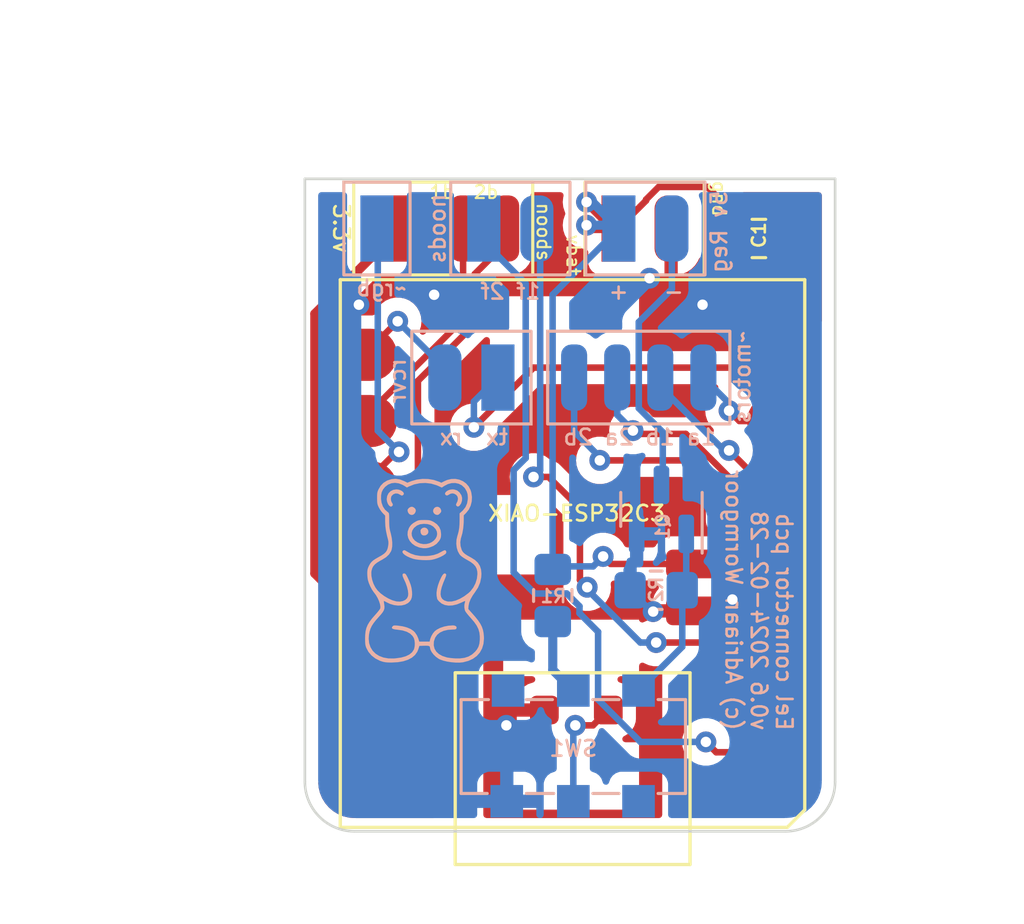
<source format=kicad_pcb>
(kicad_pcb (version 20211014) (generator pcbnew)
  (title_block (comment 4 "AISLER Project ID: EORBQBEY"))
  (layers (0 "F.Cu" signal) (31 "B.Cu" signal) (34 "B.Paste" user) (35 "F.Paste" user) (36 "B.SilkS" user "B.Silkscreen") (37 "F.SilkS" user "F.Silkscreen") (38 "B.Mask" user) (39 "F.Mask" user) (44 "Edge.Cuts" user))
  (net 0 "")
  (net 1 "GND")
  (net 2 "V_RET")
  (net 3 "EN")
  (net 4 "+BATT")
  (net 5 "NEOPIXEL_DATA")
  (net 7 "motor2_2")
  (net 8 "motor2_1")
  (net 9 "motor1_2")
  (net 10 "motor1_1")
  (net 11 "XIAO_TX")
  (net 12 "XIAO_RX")
  (net 13 "nood1_2_sig")
  (net 14 "nood1_1_sig")
  (net 15 "nood2_2_sig")
  (net 16 "nood2_1_sig")
  (net 17 "+3V3")
  (net 18 "Net-(R1-Pad2)")
  (net 21 "Net-(Q1-Pad1)")
  (footprint "xiao esp32c3:MOUDLE14P-SMD-2.54-21X17.8MM" (layer "F.Cu") (at 103.866 88.0677 180)
    (fp_text reference "U1" hide)
    (fp_text value "XIAO-ESP32C3" (at 8.743 -8.9603 180) (layer "F.SilkS") (effects (font (size 0.6 0.6) (thickness 0.1))))
    (fp_line (start 0 -20.3285) (end 0 0) (layer "F.SilkS") (width 0.127))
    (fp_line (start 17.8 0) (end 17.8 -21) (layer "F.SilkS") (width 0.127))
    (fp_line (start 13.395 -22.424) (end 13.395 -15.072) (layer "F.SilkS") (width 0.127))
    (fp_line (start 4.396 -15.072) (end 4.396 -22.425) (layer "F.SilkS") (width 0.127))
    (fp_line (start 13.395 -15.072) (end 4.396 -15.072) (layer "F.SilkS") (width 0.127))
    (fp_line (start 4.4 -22.424) (end 13.395 -22.424) (layer "F.SilkS") (width 0.127))
    (fp_line (start 17.8 -21) (end 0.671541 -21) (layer "F.SilkS") (width 0.127))
    (fp_line (start 0.671541 -21) (end 0 -20.3285) (layer "F.SilkS") (width 0.127))
    (fp_line (start 0 0) (end 17.8 0) (layer "F.SilkS") (width 0.127))
    (pad "1" smd roundrect (at 0.835 -18.12 180) (size 2.75 2) (layers "F.Cu" "F.Paste" "F.Mask") (roundrect_rratio 0.5) (net 16 "nood2_1_sig"))
    (pad "2" smd roundrect (at 0.835 -15.58 180) (size 2.75 2) (layers "F.Cu" "F.Paste" "F.Mask") (roundrect_rratio 0.5) (net 14 "nood1_1_sig"))
    (pad "3" smd roundrect (at 0.835 -13.04 180) (size 2.75 2) (layers "F.Cu" "F.Paste" "F.Mask") (roundrect_rratio 0.5) (net 7 "motor2_2"))
    (pad "4" smd roundrect (at 0.835 -10.5 180) (size 2.75 2) (layers "F.Cu" "F.Paste" "F.Mask") (roundrect_rratio 0.5) (net 8 "motor2_1"))
    (pad "5" smd roundrect (at 0.835 -7.96 180) (size 2.75 2) (layers "F.Cu" "F.Paste" "F.Mask") (roundrect_rratio 0.5) (net 9 "motor1_2"))
    (pad "6" smd roundrect (at 0.835 -5.42 180) (size 2.75 2) (layers "F.Cu" "F.Paste" "F.Mask") (roundrect_rratio 0.5) (net 10 "motor1_1"))
    (pad "7" smd roundrect (at 0.835 -2.88 180) (size 2.75 2) (layers "F.Cu" "F.Paste" "F.Mask") (roundrect_rratio 0.5) (net 11 "XIAO_TX"))
    (pad "8" smd roundrect (at 17 -2.88 180) (size 2.75 2) (layers "F.Cu" "F.Paste" "F.Mask") (roundrect_rratio 0.5) (net 12 "XIAO_RX"))
    (pad "9" smd roundrect (at 17 -5.42 180) (size 2.75 2) (layers "F.Cu" "F.Paste" "F.Mask") (roundrect_rratio 0.5) (net 15 "nood2_2_sig"))
    (pad "10" smd roundrect (at 17 -7.96 180) (size 2.75 2) (layers "F.Cu" "F.Paste" "F.Mask") (roundrect_rratio 0.5) (net 5 "NEOPIXEL_DATA"))
    (pad "11" smd roundrect (at 17 -10.5 180) (size 2.75 2) (layers "F.Cu" "F.Paste" "F.Mask") (roundrect_rratio 0.5) (net 13 "nood1_2_sig"))
    (pad "12" smd roundrect (at 17 -13.04 180) (size 2.75 2) (layers "F.Cu" "F.Paste" "F.Mask") (roundrect_rratio 0.5) (net 17 "+3V3"))
    (pad "13" smd roundrect (at 17 -15.58 180) (size 2.75 2) (layers "F.Cu" "F.Paste" "F.Mask") (roundrect_rratio 0.5) (net 1 "GND"))
    (pad "14" smd roundrect (at 17 -18.12 180) (size 2.75 2) (layers "F.Cu" "F.Paste" "F.Mask") (roundrect_rratio 0.5))
    (pad "15" smd roundrect (at 4.3 -10.9 180) (size 2.032 1.1016) (layers "F.Cu" "F.Paste" "F.Mask") (roundrect_rratio 0.230573711) (net 4 "+BATT"))
    (pad "16" smd roundrect (at 4.3 -12.7 180) (size 2.032 1.1016) (layers "F.Cu" "F.Paste" "F.Mask") (roundrect_rratio 0.230573711) (net 1 "GND"))
    (pad "17" smd roundrect (at 9.9792 -16.5 180) (size 1.1016 1.1016) (layers "F.Cu" "F.Paste" "F.Mask") (roundrect_rratio 0.230573711) (net 1 "GND"))
    (pad "18" smd roundrect (at 7.5292 -16.5 180) (size 1.1016 1.1016) (layers "F.Cu" "F.Paste" "F.Mask") (roundrect_rratio 0.230573711) (net 3 "EN"))
    (zone (net 0) (net_name "") (layer "F.Cu") (connect_pads (clearance 0)) (min_thickness 0.01)
      (keepout (tracks not_allowed) (vias not_allowed) (pads not_allowed) (copperpour not_allowed) (footprints allowed))
      (fill (thermal_gap 0.508) (thermal_bridge_width 0.508))
      (polygon (pts (xy 100.183 109.1497) (xy 98.405 109.1497) (xy 98.405 106.4827) (xy 100.183 106.4827)))
    )
    (zone (net 0) (net_name "") (layer "F.Cu") (connect_pads (clearance 0)) (min_thickness 0.01)
      (keepout (tracks not_allowed) (vias not_allowed) (pads not_allowed) (copperpour not_allowed) (footprints allowed))
      (fill (thermal_gap 0.508) (thermal_bridge_width 0.508))
      (polygon (pts (xy 91.547 105.0857) (xy 89.769 105.0857) (xy 89.769 102.4187) (xy 91.547 102.4187)))
    )
    (zone (net 0) (net_name "") (layer "F.Cu") (connect_pads (clearance 0)) (min_thickness 0.01)
      (keepout (tracks not_allowed) (vias not_allowed) (pads not_allowed) (copperpour not_allowed) (footprints allowed))
      (fill (thermal_gap 0.508) (thermal_bridge_width 0.508))
      (polygon (pts (xy 97.516 108.3877) (xy 92.309 108.3877) (xy 92.309 105.8057) (xy 97.516 105.8057)))
    )
    (zone (net 0) (net_name "") (layer "F.Cu") (connect_pads (clearance 0)) (min_thickness 0.01)
      (keepout (tracks not_allowed) (vias not_allowed) (pads not_allowed) (copperpour not_allowed) (footprints allowed))
      (fill (thermal_gap 0.508) (thermal_bridge_width 0.508))
      (polygon (pts (xy 94.087 99.3707) (xy 91.039 99.3707) (xy 91.039 96.3227) (xy 94.087 96.3227)))
    )
    (zone (net 0) (net_name "") (layer "F.Cu") (connect_pads (clearance 0)) (min_thickness 0.01)
      (keepout (tracks not_allowed) (vias not_allowed) (pads not_allowed) (copperpour not_allowed) (footprints allowed))
      (fill (thermal_gap 0.508) (thermal_bridge_width 0.508))
      (polygon (pts (xy 91.547 109.1497) (xy 89.769 109.1497) (xy 89.769 106.4827) (xy 91.547 106.4827)))
    )
    (zone (net 0) (net_name "") (layer "F.Cu") (connect_pads (clearance 0)) (min_thickness 0.01)
      (keepout (tracks not_allowed) (vias not_allowed) (pads not_allowed) (copperpour not_allowed) (footprints allowed))
      (fill (thermal_gap 0.508) (thermal_bridge_width 0.508))
      (polygon (pts (xy 97.516 103.2697) (xy 92.309 103.2697) (xy 92.309 101.1027) (xy 97.516 101.1027)))
    )
    (zone (net 0) (net_name "") (layer "F.Cu") (connect_pads (clearance 0)) (min_thickness 0.01)
      (keepout (tracks not_allowed) (vias not_allowed) (pads not_allowed) (copperpour not_allowed) (footprints allowed))
      (fill (thermal_gap 0.508) (thermal_bridge_width 0.508))
      (polygon (pts (xy 100.183 105.0857) (xy 98.405 105.0857) (xy 98.405 102.4187) (xy 100.183 102.4187)))
    )
    (zone (net 0) (net_name "") (layer "F.Cu") (connect_pads (clearance 0)) (min_thickness 0.01)
      (keepout (tracks not_allowed) (vias not_allowed) (pads not_allowed) (copperpour not_allowed) (footprints allowed))
      (fill (thermal_gap 0.508) (thermal_bridge_width 0.508))
      (polygon (pts (xy 97.516 91.2427) (xy 91.801 91.2427) (xy 91.801 88.7027) (xy 97.516 88.7027)))
    )
  )
  (footprint "haribo_kimchi_boards:smd_solder_pads_1x02_2.54mm" (layer "F.Cu") (at 94.6798 86.106 90)
    (fp_text reference "J1" hide)
    (fp_text value "Lipo back")
    (fp_rect (start -1.778 0.762) (end 1.778 5.334) (layer "F.SilkS") (width 0.12) (fill none))
    (pad "1" smd rect (at 0 2.032 90) (size 2.54 1.27) (layers "F.Cu" "F.Paste" "F.Mask") (net 4 "+BATT"))
    (pad "2" smd roundrect (at 0 4.064 90) (size 2.54 1.27) (layers "F.Cu" "F.Paste" "F.Mask") (roundrect_rratio 0.3937007874) (net 1 "GND"))
  )
  (footprint "Capacitor_SMD:C_0805_2012Metric_Pad1.18x1.45mm_HandSolder" (layer "F.Cu") (at 102.108 86.487)
    (fp_text reference "C1" (at 0 -0.127 90) (layer "F.SilkS") (effects (font (size 0.5 0.5) (thickness 0.1))))
    (fp_text value "C")
    (fp_line (start -0.261252 0.735) (end 0.261252 0.735) (layer "F.SilkS") (width 0.12))
    (fp_line (start -0.261252 -0.735) (end 0.261252 -0.735) (layer "F.SilkS") (width 0.12))
    (pad "1" smd roundrect (at -1.0375 0) (size 1.175 1.45) (layers "F.Cu" "F.Paste" "F.Mask") (roundrect_rratio 0.2127659574) (net 4 "+BATT"))
    (pad "2" smd roundrect (at 1.0375 0) (size 1.175 1.45) (layers "F.Cu" "F.Paste" "F.Mask") (roundrect_rratio 0.2127659574) (net 1 "GND"))
  )
  (footprint "haribo_kimchi_boards:smd_solder_pads_1x03_n00ds_v1" (layer "F.Cu") (at 84.803 86.106 90)
    (fp_text reference "J7" hide)
    (fp_text value "Noods back")
    (fp_rect (start -1.778 1.778) (end 1.778 8.638) (layer "F.SilkS") (width 0.12) (fill none))
    (pad "1" smd rect (at 0 3.556 270) (size 2.54 2.54) (layers "F.Cu" "F.Paste" "F.Mask") (net 17 "+3V3"))
    (pad "2" smd roundrect (at 0 5.969 90) (size 2.54 1) (layers "F.Cu" "F.Paste" "F.Mask") (roundrect_rratio 0.393701) (net 15 "nood2_2_sig"))
    (pad "3" smd roundrect (at 0 7.62 90) (size 2.54 1) (layers "F.Cu" "F.Paste" "F.Mask") (roundrect_rratio 0.393701) (net 13 "nood1_2_sig"))
  )
  (footprint "Package_TO_SOT_SMD:SOT-23" (layer "B.Cu") (at 98.3742 96.8756 90)
    (fp_text reference "Q1" (at -0.6604 0.0508 270) (layer "B.SilkS") (effects (font (size 0.5 0.5) (thickness 0.1)) (justify mirror)))
    (fp_text value "BC817")
    (fp_line (start 0 -1.56) (end 0.65 -1.56) (layer "B.SilkS") (width 0.12))
    (fp_line (start 0 1.56) (end -1.675 1.56) (layer "B.SilkS") (width 0.12))
    (fp_line (start 0 -1.56) (end -0.65 -1.56) (layer "B.SilkS") (width 0.12))
    (fp_line (start 0 1.56) (end 0.65 1.56) (layer "B.SilkS") (width 0.12))
    (pad "1" smd roundrect (at -0.9375 0.95 90) (size 1.475 0.6) (layers "B.Cu" "B.Paste" "B.Mask") (net 21 "Net-(Q1-Pad1)"))
    (pad "2" smd roundrect (at -0.9375 -0.95 90) (size 1.475 0.6) (layers "B.Cu" "B.Paste" "B.Mask") (net 1 "GND"))
    (pad "3" smd roundrect (at 0.9375 0 90) (size 1.475 0.6) (layers "B.Cu" "B.Paste" "B.Mask") (net 2 "V_RET"))
  )
  (footprint "haribo_kimchi_boards:smd_solder_pads_1x04" (layer "B.Cu") (at 92.2335 91.821 -90)
    (fp_text reference "J2" hide)
    (fp_text value "motor driver")
    (fp_rect (start -1.778 -1.778) (end 1.778 -8.763) (layer "B.SilkS") (width 0.12) (fill none))
    (pad "1" smd roundrect (at 0 -2.794 270) (size 2.54 1) (layers "B.Cu" "B.Paste" "B.Mask") (roundrect_rratio 0.393701) (net 7 "motor2_2"))
    (pad "2" smd roundrect (at 0 -4.445 270) (size 2.54 1) (layers "B.Cu" "B.Paste" "B.Mask") (roundrect_rratio 0.393701) (net 8 "motor2_1"))
    (pad "3" smd roundrect (at 0 -6.096 270) (size 2.54 1) (layers "B.Cu" "B.Paste" "B.Mask") (roundrect_rratio 0.393701) (net 9 "motor1_2"))
    (pad "4" smd roundrect (at 0 -7.747 270) (size 2.54 1) (layers "B.Cu" "B.Paste" "B.Mask") (roundrect_rratio 0.393701) (net 10 "motor1_1"))
  )
  (footprint "haribo_kimchi_boards:smd_solder_pads_1x02_2.54mm" (layer "B.Cu") (at 89.535 86.106 -90)
    (fp_text reference "J4" hide)
    (fp_text value "Noods front")
    (fp_rect (start -1.778 -0.762) (end 1.778 -5.334) (layer "B.SilkS") (width 0.12) (fill none))
    (pad "1" smd rect (at 0 -2.032 270) (size 2.54 1.27) (layers "B.Cu" "B.Paste" "B.Mask") (net 16 "nood2_1_sig"))
    (pad "2" smd roundrect (at 0 -4.064 270) (size 2.54 1.27) (layers "B.Cu" "B.Paste" "B.Mask") (roundrect_rratio 0.3937007874) (net 14 "nood1_1_sig"))
  )
  (footprint "Resistor_SMD:R_0805_2012Metric_Pad1.20x1.40mm_HandSolder" (layer "B.Cu") (at 94.2086 100.1776 -90)
    (fp_text reference "R1" (at 0.0254 -0.0254 -180) (layer "B.SilkS") (effects (font (size 0.5 0.5) (thickness 0.1)) (justify mirror)))
    (fp_text value "330")
    (fp_line (start -0.227064 -0.735) (end 0.227064 -0.735) (layer "B.SilkS") (width 0.12))
    (fp_line (start -0.227064 0.735) (end 0.227064 0.735) (layer "B.SilkS") (width 0.12))
    (pad "1" smd roundrect (at -1 0 270) (size 1.2 1.4) (layers "B.Cu" "B.Paste" "B.Mask") (roundrect_rratio 0.2083333333) (net 4 "+BATT"))
    (pad "2" smd roundrect (at 1 0 270) (size 1.2 1.4) (layers "B.Cu" "B.Paste" "B.Mask") (roundrect_rratio 0.2083333333) (net 18 "Net-(R1-Pad2)"))
  )
  (footprint "haribo_kimchi_boards:smd_solder_pads_1x02_2.54mm" (layer "B.Cu") (at 94.139 91.821 90)
    (fp_text reference "J3" hide)
    (fp_text value "ELRS RX")
    (fp_rect (start -1.778 -0.762) (end 1.778 -5.334) (layer "B.SilkS") (width 0.12) (fill none))
    (pad "1" smd rect (at 0 -2.032 90) (size 2.54 1.27) (layers "B.Cu" "B.Paste" "B.Mask") (net 11 "XIAO_TX"))
    (pad "2" smd roundrect (at 0 -4.064 90) (size 2.54 1.27) (layers "B.Cu" "B.Paste" "B.Mask") (roundrect_rratio 0.3937007874) (net 12 "XIAO_RX"))
  )
  (footprint "haribo_kimchi_boards:smd_solder_pads_1x02_2.54mm" (layer "B.Cu") (at 94.71 86.106 -90)
    (fp_text reference "J6" hide)
    (fp_text value "Lipo front")
    (fp_rect (start -1.778 -0.762) (end 1.778 -5.334) (layer "B.SilkS") (width 0.12) (fill none))
    (pad "1" smd rect (at 0 -2.032 270) (size 2.54 1.27) (layers "B.Cu" "B.Paste" "B.Mask") (net 4 "+BATT"))
    (pad "2" smd roundrect (at 0 -4.064 270) (size 2.54 1.27) (layers "B.Cu" "B.Paste" "B.Mask") (roundrect_rratio 0.3937007874) (net 2 "V_RET"))
  )
  (footprint "haribo_kimchi_extra_footprints:Nidec_2x03_dpdt_CL-SB-22B-11" (layer "B.Cu") (at 94.996 105.918 90)
    (fp_text reference "SW1" (at -0.127 0 unlocked) (layer "B.SilkS") (effects (font (size 0.6 0.6) (thickness 0.1)) (justify mirror)))
    (fp_text value "SW_Push_DPDT")
    (fp_line (start -1.85 -0.75) (end -1.85 -1.8) (layer "B.SilkS") (width 0.12))
    (fp_line (start -1.85 1.75) (end -1.85 0.75) (layer "B.SilkS") (width 0.12))
    (fp_line (start 1.75 4.3) (end 1.75 3.25) (layer "B.SilkS") (width 0.12))
    (fp_line (start -1.85 4.3) (end 1.75 4.3) (layer "B.SilkS") (width 0.12))
    (fp_line (start -1.85 -4.3) (end 1.75 -4.3) (layer "B.SilkS") (width 0.12))
    (fp_line (start -1.85 4.3) (end -1.85 3.25) (layer "B.SilkS") (width 0.12))
    (fp_line (start 1.75 1.75) (end 1.75 0.75) (layer "B.SilkS") (width 0.12))
    (fp_line (start 1.75 -0.8) (end 1.75 -1.8) (layer "B.SilkS") (width 0.12))
    (fp_line (start -1.85 -3.3) (end -1.85 -4.3) (layer "B.SilkS") (width 0.12))
    (fp_line (start 1.75 -4.3) (end 1.75 -3.25) (layer "B.SilkS") (width 0.12))
    (pad "1" smd rect (at -2.15 2.5 90) (size 1.25 1.25) (layers "B.Cu" "B.Paste" "B.Mask"))
    (pad "2" smd rect (at -2.15 0 90) (size 1.25 1.25) (layers "B.Cu" "B.Paste" "B.Mask") (net 3 "EN"))
    (pad "3" smd rect (at -2.15 -2.55 90) (size 1.25 1.25) (layers "B.Cu" "B.Paste" "B.Mask") (net 1 "GND"))
    (pad "4" smd rect (at 2.1 2.5 90) (size 1.25 1.25) (layers "B.Cu" "B.Paste" "B.Mask") (net 21 "Net-(Q1-Pad1)"))
    (pad "5" smd rect (at 2.1 0 90) (size 1.25 1.25) (layers "B.Cu" "B.Paste" "B.Mask") (net 18 "Net-(R1-Pad2)"))
    (pad "6" smd rect (at 2.1 -2.5 90) (size 1.25 1.25) (layers "B.Cu" "B.Paste" "B.Mask"))
  )
  (footprint "haribo_kimchi_pcbgfx:haribo_outline_bw_8mm" (layer "B.Cu") (at 89.281 99.187 180)
    (fp_text reference "G***" hide)
    (fp_text value "LOGO" hide)
    (fp_poly (pts (xy 0.538783 2.399147) (xy 0.593523 2.361067) (xy 0.630289 2.311109) (xy 0.638492 2.276473) (xy 0.622971 2.204087) (xy 0.582647 2.143546) (xy 0.545565 2.117204) (xy 0.488426 2.098397) (xy 0.438354 2.10472) (xy 0.406322 2.118388) (xy 0.359741 2.159838) (xy 0.327816 2.223482) (xy 0.319246 2.276473) (xy 0.336792 2.328204) (xy 0.380895 2.375469) (xy 0.438754 2.407214) (xy 0.478869 2.414297)) (layer "B.SilkS") (width 0) (fill solid))
    (fp_poly (pts (xy -0.43416 2.39844) (xy -0.388174 2.365322) (xy -0.347627 2.30124) (xy -0.341306 2.232898) (xy -0.366063 2.170028) (xy -0.418751 2.122363) (xy -0.473081 2.102753) (xy -0.51955 2.099632) (xy -0.558287 2.116218) (xy -0.600121 2.153375) (xy -0.640034 2.199241) (xy -0.654333 2.238011) (xy -0.650742 2.280415) (xy -0.620335 2.351516) (xy -0.567614 2.396986) (xy -0.502312 2.413676)) (layer "B.SilkS") (width 0) (fill solid))
    (fp_poly (pts (xy -1.003987 3.071501) (xy -0.92838 3.047139) (xy -0.865397 3.011493) (xy -0.820213 2.969288) (xy -0.798006 2.925252) (xy -0.803952 2.884109) (xy -0.838547 2.852978) (xy -0.87627 2.84288) (xy -0.917645 2.859149) (xy -0.933323 2.869611) (xy -1.012489 2.913771) (xy -1.084665 2.925649) (xy -1.147291 2.913118) (xy -1.227723 2.868902) (xy -1.277496 2.802919) (xy -1.29483 2.720942) (xy -1.277946 2.628745) (xy -1.252042 2.573331) (xy -1.224868 2.517999) (xy -1.220408 2.481011) (xy -1.22924 2.459637) (xy -1.268948 2.423287) (xy -1.316334 2.425364) (xy -1.357317 2.454725) (xy -1.41586 2.538887) (xy -1.448892 2.641372) (xy -1.45421 2.748862) (xy -1.429607 2.848045) (xy -1.424296 2.859239) (xy -1.353074 2.965832) (xy -1.264242 3.036959) (xy -1.156017 3.073787) (xy -1.08704 3.079853)) (layer "B.SilkS") (width 0) (fill solid))
    (fp_poly (pts (xy 1.256747 3.471722) (xy 1.417156 3.418721) (xy 1.428864 3.413216) (xy 1.562961 3.329183) (xy 1.670021 3.217605) (xy 1.749821 3.082718) (xy 1.774997 3.025167) (xy 1.791223 2.974451) (xy 1.800386 2.918987) (xy 1.804372 2.847195) (xy 1.805068 2.74749) (xy 1.805056 2.743519) (xy 1.803862 2.643158) (xy 1.799615 2.570812) (xy 1.790222 2.514603) (xy 1.773593 2.462652) (xy 1.747633 2.403079) (xy 1.743552 2.394344) (xy 1.6964 2.309933) (xy 1.636546 2.224109) (xy 1.589596 2.169109) (xy 1.496465 2.073567) (xy 1.496203 1.849863) (xy 1.488563 1.672361) (xy 1.464849 1.491127) (xy 1.423237 1.294526) (xy 1.388597 1.163194) (xy 1.371892 1.081521) (xy 1.370479 0.99858) (xy 1.378201 0.9276) (xy 1.397745 0.825646) (xy 1.427816 0.743114) (xy 1.473961 0.67334) (xy 1.541726 0.609659) (xy 1.636656 0.545406) (xy 1.748903 0.482116) (xy 1.867146 0.415138) (xy 1.955593 0.354811) (xy 2.021955 0.294158) (xy 2.073943 0.226205) (xy 2.116575 0.14948) (xy 2.151345 0.072179) (xy 2.170891 0.005727) (xy 2.179511 -0.068708) (xy 2.181333 -0.134138) (xy 2.178474 -0.228091) (xy 2.169509 -0.323886) (xy 2.156729 -0.399057) (xy 2.1205 -0.515104) (xy 2.06754 -0.639538) (xy 2.005038 -0.757653) (xy 1.940185 -0.854739) (xy 1.924694 -0.873713) (xy 1.848894 -0.975373) (xy 1.782957 -1.089271) (xy 1.730314 -1.20673) (xy 1.694392 -1.319069) (xy 1.678621 -1.41761) (xy 1.683602 -1.483969) (xy 1.701185 -1.516262) (xy 1.740674 -1.57036) (xy 1.796494 -1.639133) (xy 1.86307 -1.715451) (xy 1.873964 -1.727465) (xy 1.998895 -1.870753) (xy 2.09521 -1.997891) (xy 2.166251 -2.116629) (xy 2.215358 -2.23472) (xy 2.245874 -2.359913) (xy 2.261138 -2.49996) (xy 2.264619 -2.633778) (xy 2.263598 -2.745263) (xy 2.259687 -2.827257) (xy 2.251565 -2.890141) (xy 2.23791 -2.944301) (xy 2.218276 -2.99796) (xy 2.133802 -3.155067) (xy 2.016993 -3.29176) (xy 1.871529 -3.404806) (xy 1.701093 -3.490973) (xy 1.626987 -3.517116) (xy 1.551 -3.537956) (xy 1.475435 -3.551157) (xy 1.387783 -3.558142) (xy 1.275535 -3.560331) (xy 1.247054 -3.560313) (xy 1.008885 -3.547693) (xy 0.798912 -3.511762) (xy 0.618227 -3.453066) (xy 0.467921 -3.372154) (xy 0.349083 -3.269572) (xy 0.262806 -3.145869) (xy 0.221983 -3.045746) (xy 0.184392 -2.923095) (xy 0.027416 -2.917179) (xy -0.078216 -2.915173) (xy -0.149985 -2.919484) (xy -0.193634 -2.931533) (xy -0.214904 -2.952743) (xy -0.219676 -2.978346) (xy -0.237281 -3.063861) (xy -0.285169 -3.157578) (xy -0.356987 -3.25188) (xy -0.446382 -3.33915) (xy -0.547001 -3.411771) (xy -0.608364 -3.444345) (xy -0.72879 -3.487781) (xy -0.876198 -3.522952) (xy -1.038244 -3.54837) (xy -1.202584 -3.562548) (xy -1.356873 -3.563999) (xy -1.488769 -3.551237) (xy -1.49153 -3.550748) (xy -1.694943 -3.497453) (xy -1.870735 -3.416284) (xy -2.017656 -3.308782) (xy -2.134455 -3.17649) (xy -2.219884 -3.020949) (xy -2.27269 -2.8437) (xy -2.291626 -2.646285) (xy -2.289688 -2.566438) (xy -2.289031 -2.559449) (xy -2.132107 -2.559449) (xy -2.130875 -2.692666) (xy -2.114959 -2.836071) (xy -2.080173 -2.954102) (xy -2.021807 -3.058692) (xy -1.953318 -3.142503) (xy -1.833284 -3.251106) (xy -1.69909 -3.329545) (xy -1.546076 -3.379442) (xy -1.369584 -3.402422) (xy -1.207148 -3.402462) (xy -1.101235 -3.395271) (xy -0.994926 -3.3841) (xy -0.90371 -3.370748) (xy -0.862579 -3.362417) (xy -0.697267 -3.308356) (xy -0.563877 -3.233919) (xy -0.463545 -3.140563) (xy -0.397405 -3.02974) (xy -0.366594 -2.902907) (xy -0.372247 -2.761516) (xy -0.376235 -2.739521) (xy -0.421367 -2.60686) (xy -0.498778 -2.496404) (xy -0.606997 -2.409068) (xy -0.74455 -2.345768) (xy -0.909966 -2.307417) (xy -1.091717 -2.294926) (xy -1.164428 -2.292323) (xy -1.207447 -2.283291) (xy -1.2308 -2.265238) (xy -1.235427 -2.257759) (xy -1.244561 -2.208382) (xy -1.219318 -2.168383) (xy -1.164966 -2.142566) (xy -1.101264 -2.135352) (xy -0.928744 -2.147499) (xy -0.762258 -2.180643) (xy -0.610376 -2.232022) (xy -0.481669 -2.298875) (xy -0.402264 -2.360571) (xy -0.334611 -2.442497) (xy -0.27462 -2.545721) (xy -0.232465 -2.651715) (xy -0.223972 -2.685242) (xy -0.209101 -2.756821) (xy 0.189151 -2.756821) (xy 0.222427 -2.644728) (xy 0.275885 -2.518701) (xy 0.354118 -2.404627) (xy 0.408531 -2.348965) (xy 0.518026 -2.275035) (xy 0.659549 -2.214849) (xy 0.826966 -2.170487) (xy 1.012303 -2.14419) (xy 1.094896 -2.138372) (xy 1.147828 -2.139171) (xy 1.180953 -2.14761) (xy 1.203468 -2.164056) (xy 1.236743 -2.208938) (xy 1.235689 -2.244262) (xy 1.198985 -2.271045) (xy 1.125308 -2.290299) (xy 1.023393 -2.302264) (xy 0.830075 -2.329945) (xy 0.668887 -2.379431) (xy 0.54034 -2.450462) (xy 0.444947 -2.542774) (xy 0.396377 -2.623802) (xy 0.370169 -2.714182) (xy 0.35973 -2.824345) (xy 0.36505 -2.937418) (xy 0.386117 -3.03653) (xy 0.396656 -3.063591) (xy 0.465353 -3.167608) (xy 0.568586 -3.252964) (xy 0.706575 -3.319755) (xy 0.879542 -3.36808) (xy 1.087707 -3.398035) (xy 1.167243 -3.404096) (xy 1.374067 -3.401451) (xy 1.5603 -3.368422) (xy 1.723814 -3.307033) (xy 1.862483 -3.219309) (xy 1.97418 -3.107276) (xy 2.05678 -2.972959) (xy 2.108156 -2.818383) (xy 2.126181 -2.645574) (xy 2.115888 -2.500605) (xy 2.09281 -2.376806) (xy 2.058526 -2.265722) (xy 2.008903 -2.159804) (xy 1.939807 -2.051504) (xy 1.847106 -1.933274) (xy 1.737196 -1.809) (xy 1.647808 -1.708191) (xy 1.584773 -1.626346) (xy 1.544785 -1.555726) (xy 1.524539 -1.488594) (xy 1.520728 -1.417216) (xy 1.530046 -1.333853) (xy 1.531188 -1.326866) (xy 1.540786 -1.262779) (xy 1.545717 -1.216756) (xy 1.545283 -1.200401) (xy 1.526397 -1.205594) (xy 1.484471 -1.226278) (xy 1.453138 -1.243795) (xy 1.306239 -1.313557) (xy 1.154292 -1.357753) (xy 1.003599 -1.376547) (xy 0.86046 -1.370102) (xy 0.731177 -1.338581) (xy 0.622051 -1.282149) (xy 0.554592 -1.220483) (xy 0.503228 -1.144714) (xy 0.473086 -1.059961) (xy 0.461742 -0.956215) (xy 0.464778 -0.849761) (xy 0.481165 -0.717276) (xy 0.51376 -0.586286) (xy 0.565907 -0.445899) (xy 0.633925 -0.299293) (xy 0.67361 -0.223333) (xy 0.704034 -0.176928) (xy 0.731223 -0.152771) (xy 0.761203 -0.143556) (xy 0.762501 -0.1434) (xy 0.809874 -0.151077) (xy 0.830725 -0.186564) (xy 0.824773 -0.247607) (xy 0.791737 -0.331949) (xy 0.787191 -0.341069) (xy 0.71313 -0.50367) (xy 0.658025 -0.659624) (xy 0.623476 -0.802577) (xy 0.611082 -0.92617) (xy 0.618887 -1.01004) (xy 0.656934 -1.094779) (xy 0.725611 -1.160434) (xy 0.819212 -1.204424) (xy 0.932033 -1.224167) (xy 1.058368 -1.217079) (xy 1.071298 -1.214837) (xy 1.218102 -1.173193) (xy 1.374336 -1.103415) (xy 1.52926 -1.011802) (xy 1.672135 -0.904656) (xy 1.785439 -0.795867) (xy 1.871344 -0.678872) (xy 1.941521 -0.540155) (xy 1.992741 -0.390324) (xy 2.021772 -0.239985) (xy 2.025386 -0.099745) (xy 2.016646 -0.036705) (xy 1.990569 0.054244) (xy 1.950099 0.131969) (xy 1.889996 0.201899) (xy 1.805015 0.269465) (xy 1.689915 0.340096) (xy 1.612462 0.381908) (xy 1.461476 0.476545) (xy 1.347552 0.583101) (xy 1.271274 0.700962) (xy 1.246808 0.766081) (xy 1.224784 0.892911) (xy 1.223067 1.044829) (xy 1.241116 1.212896) (xy 1.27839 1.388172) (xy 1.286205 1.416654) (xy 1.308776 1.501551) (xy 1.324147 1.576172) (xy 1.333683 1.652331) (xy 1.338748 1.741842) (xy 1.340708 1.856518) (xy 1.340871 1.889874) (xy 1.341457 2.001427) (xy 1.34308 2.079913) (xy 1.346857 2.132166) (xy 1.353907 2.165026) (xy 1.365348 2.185328) (xy 1.382299 2.199911) (xy 1.39273 2.206892) (xy 1.501373 2.301356) (xy 1.581908 2.422773) (xy 1.632935 2.568445) (xy 1.651897 2.706266) (xy 1.650631 2.852161) (xy 1.626994 2.972135) (xy 1.578008 3.075143) (xy 1.500693 3.170141) (xy 1.496043 3.174829) (xy 1.38205 3.262714) (xy 1.254279 3.314601) (xy 1.116582 3.330289) (xy 0.972816 3.309578) (xy 0.826834 3.252268) (xy 0.759289 3.213105) (xy 0.661352 3.150259) (xy 0.585075 3.189064) (xy 0.383442 3.269813) (xy 0.169821 3.315215) (xy -0.04901 3.325141) (xy -0.266269 3.299461) (xy -0.475179 3.238046) (xy -0.539722 3.210565) (xy -0.676486 3.147526) (xy -0.771826 3.210677) (xy -0.909433 3.282126) (xy -1.050715 3.319579) (xy -1.190075 3.323783) (xy -1.321918 3.295483) (xy -1.440648 3.235427) (xy -1.54067 3.144359) (xy -1.571017 3.104131) (xy -1.63115 2.997261) (xy -1.664282 2.887546) (xy -1.673719 2.761681) (xy -1.671371 2.700167) (xy -1.643299 2.538768) (xy -1.580471 2.396746) (xy -1.482283 2.27283) (xy -1.455554 2.247583) (xy -1.356795 2.15879) (xy -1.356795 1.911104) (xy -1.353386 1.742636) (xy -1.342012 1.601155) (xy -1.320953 1.47423) (xy -1.28849 1.349434) (xy -1.271796 1.296936) (xy -1.23765 1.147894) (xy -1.229874 0.99439) (xy -1.247078 0.84499) (xy -1.287871 0.708259) (xy -1.350862 0.592762) (xy -1.394433 0.541425) (xy -1.445764 0.498896) (xy -1.519972 0.447803) (xy -1.60399 0.396912) (xy -1.63642 0.379105) (xy -1.779704 0.295469) (xy -1.887473 0.213563) (xy -1.96352 0.12823) (xy -2.011637 0.034315) (xy -2.035617 -0.073338) (xy -2.040012 -0.169599) (xy -2.019554 -0.347531) (xy -1.964925 -0.522648) (xy -1.880385 -0.685866) (xy -1.770196 -0.828102) (xy -1.700051 -0.894225) (xy -1.533332 -1.01924) (xy -1.367953 -1.116118) (xy -1.207993 -1.183269) (xy -1.057529 -1.219105) (xy -0.92064 -1.222037) (xy -0.876648 -1.214987) (xy -0.771718 -1.179581) (xy -0.695484 -1.123658) (xy -0.647747 -1.045873) (xy -0.628307 -0.94488) (xy -0.636967 -0.819336) (xy -0.673528 -0.667895) (xy -0.73779 -0.489213) (xy -0.761104 -0.433221) (xy -0.803094 -0.332706) (xy -0.829808 -0.262057) (xy -0.843013 -0.215059) (xy -0.844479 -0.185495) (xy -0.836595 -0.167883) (xy -0.796643 -0.141088) (xy -0.7529 -0.153014) (xy -0.704875 -0.203961) (xy -0.66199 -0.275003) (xy -0.588175 -0.432321) (xy -0.530707 -0.591357) (xy -0.491543 -0.744173) (xy -0.472637 -0.88283) (xy -0.475945 -0.999389) (xy -0.479088 -1.017596) (xy -0.49007 -1.074393) (xy -0.496932 -1.113694) (xy -0.497953 -1.121654) (xy -0.510588 -1.143764) (xy -0.541784 -1.184085) (xy -0.563523 -1.209616) (xy -0.666289 -1.297566) (xy -0.790228 -1.353711) (xy -0.932232 -1.377916) (xy -1.089195 -1.370045) (xy -1.258011 -1.329963) (xy -1.435572 -1.257535) (xy -1.454003 -1.248349) (xy -1.511665 -1.221103) (xy -1.553603 -1.204975) (xy -1.568842 -1.20304) (xy -1.568714 -1.225657) (xy -1.556882 -1.265539) (xy -1.538781 -1.352368) (xy -1.539271 -1.453552) (xy -1.557286 -1.549105) (xy -1.574288 -1.592036) (xy -1.602171 -1.634768) (xy -1.651022 -1.698175) (xy -1.714238 -1.774083) (xy -1.785214 -1.85432) (xy -1.79371 -1.863602) (xy -1.91902 -2.010233) (xy -2.012395 -2.145464) (xy -2.076955 -2.276963) (xy -2.115819 -2.412402) (xy -2.132107 -2.559449) (xy -2.289031 -2.559449) (xy -2.27653 -2.426544) (xy -2.251342 -2.301828) (xy -2.210695 -2.185209) (xy -2.151161 -2.069606) (xy -2.069311 -1.947938) (xy -1.961718 -1.813124) (xy -1.878858 -1.7179) (xy -1.691258 -1.507355) (xy -1.700916 -1.387028) (xy -1.725846 -1.265563) (xy -1.780243 -1.129775) (xy -1.860413 -0.987536) (xy -1.942822 -0.87157) (xy -2.062677 -0.688827) (xy -2.143991 -0.496144) (xy -2.187107 -0.292543) (xy -2.194815 -0.156179) (xy -2.180408 0.005219) (xy -2.135747 0.144742) (xy -2.058674 0.26572) (xy -1.94703 0.37148) (xy -1.798657 0.465352) (xy -1.788232 0.470839) (xy -1.667034 0.537156) (xy -1.577269 0.594617) (xy -1.512924 0.648152) (xy -1.467982 0.70269) (xy -1.438959 0.757162) (xy -1.394872 0.903923) (xy -1.384083 1.055232) (xy -1.407143 1.199911) (xy -1.415877 1.227101) (xy -1.463562 1.397169) (xy -1.497271 1.591035) (xy -1.5148 1.794365) (xy -1.516819 1.883171) (xy -1.51722 2.085075) (xy -1.607425 2.174667) (xy -1.709556 2.303316) (xy -1.781763 2.453048) (xy -1.822755 2.617152) (xy -1.831243 2.788915) (xy -1.805938 2.961628) (xy -1.776717 3.055748) (xy -1.705164 3.193987) (xy -1.606267 3.307365) (xy -1.485189 3.394166) (xy -1.347095 3.452672) (xy -1.197149 3.481166) (xy -1.040515 3.477931) (xy -0.882358 3.44125) (xy -0.767148 3.391442) (xy -0.65856 3.334321) (xy -0.572454 3.372411) (xy -0.371504 3.440726) (xy -0.155324 3.477204) (xy 0.067111 3.481735) (xy 0.28683 3.45421) (xy 0.494859 3.394519) (xy 0.517391 3.385682) (xy 0.642913 3.334982) (xy 0.758554 3.393747) (xy 0.926082 3.459195) (xy 1.092601 3.4852)) (layer "B.SilkS") (width 0) (fill solid))
    (fp_poly (pts (xy 1.188742 3.06034) (xy 1.290328 3.008767) (xy 1.368401 2.929057) (xy 1.418611 2.825673) (xy 1.436604 2.703073) (xy 1.436607 2.70152) (xy 1.426055 2.62076) (xy 1.398392 2.540214) (xy 1.359606 2.473357) (xy 1.318136 2.434917) (xy 1.284215 2.418261) (xy 1.261747 2.419579) (xy 1.23209 2.435848) (xy 1.201517 2.472368) (xy 1.206717 2.523583) (xy 1.237078 2.57392) (xy 1.266933 2.638833) (xy 1.275789 2.718559) (xy 1.263005 2.794538) (xy 1.245843 2.828982) (xy 1.17949 2.893115) (xy 1.098859 2.922692) (xy 1.011193 2.916764) (xy 0.923733 2.87438) (xy 0.920043 2.871692) (xy 0.87512 2.844573) (xy 0.840437 2.843324) (xy 0.820461 2.851979) (xy 0.783186 2.886741) (xy 0.778999 2.928503) (xy 0.802823 2.972602) (xy 0.849583 3.014377) (xy 0.914202 3.049165) (xy 0.991604 3.072305) (xy 1.067996 3.079318)) (layer "B.SilkS") (width 0) (fill solid))
    (fp_poly (pts (xy 0.098165 1.904293) (xy 0.167792 1.899946) (xy 0.220229 1.890357) (xy 0.266822 1.873569) (xy 0.311413 1.851594) (xy 0.421648 1.785712) (xy 0.502208 1.716996) (xy 0.56282 1.636281) (xy 0.587058 1.591844) (xy 0.630994 1.463324) (xy 0.637878 1.335014) (xy 0.61032 1.211505) (xy 0.550933 1.097391) (xy 0.462327 0.997265) (xy 0.347115 0.915721) (xy 0.207908 0.857352) (xy 0.162565 0.845213) (xy 0.043589 0.824087) (xy -0.061404 0.823363) (xy -0.17286 0.84327) (xy -0.19559 0.84917) (xy -0.350515 0.907215) (xy -0.475501 0.990533) (xy -0.572679 1.100649) (xy -0.593862 1.134211) (xy -0.625094 1.195071) (xy -0.641784 1.253593) (xy -0.648001 1.327109) (xy -0.648468 1.366771) (xy -0.648427 1.36711) (xy -0.497567 1.36711) (xy -0.480556 1.27728) (xy -0.438211 1.193459) (xy -0.374002 1.118999) (xy -0.2914 1.057252) (xy -0.193874 1.011571) (xy -0.084895 0.985307) (xy 0.032068 0.981814) (xy 0.153545 1.004442) (xy 0.253551 1.044568) (xy 0.356494 1.114563) (xy 0.429589 1.201491) (xy 0.471399 1.299221) (xy 0.480491 1.401622) (xy 0.455427 1.502566) (xy 0.394773 1.595921) (xy 0.385078 1.606278) (xy 0.278782 1.691383) (xy 0.157309 1.74141) (xy 0.015807 1.75833) (xy 0.010757 1.758346) (xy -0.126604 1.748535) (xy -0.238685 1.716958) (xy -0.335537 1.660398) (xy -0.361899 1.639131) (xy -0.441709 1.551388) (xy -0.485775 1.459597) (xy -0.497567 1.36711) (xy -0.648427 1.36711) (xy -0.631169 1.510164) (xy -0.579068 1.634465) (xy -0.491858 1.740127) (xy -0.369234 1.827604) (xy -0.319246 1.853366) (xy -0.263552 1.877608) (xy -0.211992 1.892985) (xy -0.152685 1.901431) (xy -0.07375 1.904881) (xy 0 1.905359)) (layer "B.SilkS") (width 0) (fill solid))
    (fp_poly (pts (xy 0.790902 0.741878) (xy 0.797131 0.738783) (xy 0.831747 0.704996) (xy 0.831373 0.662408) (xy 0.799207 0.613802) (xy 0.738447 0.561956) (xy 0.65229 0.509654) (xy 0.543935 0.459675) (xy 0.428987 0.418636) (xy 0.330233 0.395847) (xy 0.20484 0.3788) (xy 0.065752 0.368193) (xy -0.074085 0.364722) (xy -0.201727 0.369083) (xy -0.292861 0.379804) (xy -0.405175 0.406734) (xy -0.522545 0.446415) (xy -0.635249 0.494452) (xy -0.733562 0.54645) (xy -0.80776 0.598014) (xy -0.834973 0.624844) (xy -0.850925 0.670144) (xy -0.838693 0.717316) (xy -0.805484 0.746472) (xy -0.772686 0.742634) (xy -0.717948 0.719926) (xy -0.659028 0.687121) (xy -0.515774 0.61231) (xy -0.363906 0.561807) (xy -0.192691 0.532592) (xy -0.079811 0.52419) (xy 0.143237 0.527178) (xy 0.341719 0.558764) (xy 0.519896 0.619955) (xy 0.66455 0.699932) (xy 0.722035 0.734794) (xy 0.760299 0.747646)) (layer "B.SilkS") (width 0) (fill solid))
    (fp_poly (pts (xy 0.059433 1.601328) (xy 0.111761 1.563633) (xy 0.1402 1.5134) (xy 0.141968 1.501453) (xy 0.134149 1.411583) (xy 0.10011 1.348012) (xy 0.044088 1.31413) (xy -0.029678 1.313329) (xy -0.07514 1.327736) (xy -0.130995 1.368491) (xy -0.158018 1.424699) (xy -0.15855 1.486904) (xy -0.134934 1.545646) (xy -0.089513 1.591469) (xy -0.024628 1.614915) (xy -0.003702 1.616182)) (layer "B.SilkS") (width 0) (fill solid))
  )
  (footprint "haribo_kimchi_boards:smd_solder_pads_1x01_2.54mm" (layer "B.Cu") (at 85.439 86.106 -90)
    (fp_text reference "J5" hide)
    (fp_text value "RGB_DATA")
    (fp_rect (start -1.778 -0.762) (end 1.778 -3.302) (layer "B.SilkS") (width 0.12) (fill none))
    (pad "1" smd rect (at 0 -2.032 270) (size 2.54 1.27) (layers "B.Cu" "B.Paste" "B.Mask") (net 5 "NEOPIXEL_DATA"))
  )
  (footprint "Resistor_SMD:R_0805_2012Metric_Pad1.20x1.40mm_HandSolder" (layer "B.Cu") (at 98.171 99.9744)
    (fp_text reference "R2" (at 0 -0.0254 90) (layer "B.SilkS") (effects (font (size 0.5 0.5) (thickness 0.1)) (justify mirror)))
    (fp_text value "1k")
    (fp_line (start -0.227064 0.735) (end 0.227064 0.735) (layer "B.SilkS") (width 0.12))
    (fp_line (start -0.227064 -0.735) (end 0.227064 -0.735) (layer "B.SilkS") (width 0.12))
    (pad "1" smd roundrect (at -1 0) (size 1.2 1.4) (layers "B.Cu" "B.Paste" "B.Mask") (roundrect_rratio 0.2083333333) (net 1 "GND"))
    (pad "2" smd roundrect (at 1 0) (size 1.2 1.4) (layers "B.Cu" "B.Paste" "B.Mask") (roundrect_rratio 0.2083333333) (net 21 "Net-(Q1-Pad1)"))
  )
  (gr_line (start 86.614 109.22) (end 103.124 109.22) (layer "Edge.Cuts") (width 0.1))
  (gr_line (start 84.709 84.201) (end 105.029 84.201) (layer "Edge.Cuts") (width 0.1))
  (gr_line (start 105.029 84.201) (end 105.029 107.315) (layer "Edge.Cuts") (width 0.1))
  (gr_line (start 84.709 84.201) (end 84.709 107.315) (layer "Edge.Cuts") (width 0.1))
  (gr_arc (start 86.614 109.22) (mid 85.266962 108.662038) (end 84.709 107.315) (layer "Edge.Cuts") (width 0.1))
  (gr_arc (start 105.029 107.315) (mid 104.471038 108.662038) (end 103.124 109.22) (layer "Edge.Cuts") (width 0.1))
  (gr_text "1a 1b 2a 2b" (at 97.536 94.107) (layer "B.SilkS") (effects (font (size 0.6 0.6) (thickness 0.1)) (justify mirror)))
  (gr_text "1f 2f" (at 92.583 88.519) (layer "B.SilkS") (effects (font (size 0.6 0.6) (thickness 0.1)) (justify mirror)))
  (gr_text "~rgb" (at 87.63 88.392) (layer "B.SilkS") (effects (font (size 0.6 0.6) (thickness 0.1)) (justify mirror)))
  (gr_text "noods" (at 89.789 86.106 90) (layer "B.SilkS") (effects (font (size 0.6 0.6) (thickness 0.1)) (justify mirror)))
  (gr_text "rcvr" (at 88.265 91.948 90) (layer "B.SilkS") (effects (font (size 0.6 0.6) (thickness 0.1)) (justify mirror)))
  (gr_text "-   +" (at 97.79 88.519) (layer "B.SilkS") (effects (font (size 0.6 0.6) (thickness 0.1)) (justify mirror)))
  (gr_text "~motors" (at 101.473 91.821 90) (layer "B.SilkS") (effects (font (size 0.6 0.6) (thickness 0.1)) (justify mirror)))
  (gr_text "tx  rx" (at 91.186 94.107) (layer "B.SilkS") (effects (font (size 0.6 0.6) (thickness 0.1)) (justify mirror)))
  (gr_text "5v Reg" (at 100.584 86.233 90) (layer "B.SilkS") (effects (font (size 0.6 0.6) (thickness 0.1)) (justify mirror)))
  (gr_text "Eel connector pcb\nv0.6 2024-02-28\n(c) Adriaan Wormgoor" (at 102.108 105.41 270) (layer "B.SilkS") (effects (font (size 0.6 0.6) (thickness 0.1)) (justify left mirror)))
  (gr_text "gnd" (at 100.584 84.963 270) (layer "F.SilkS") (effects (font (size 0.5 0.5) (thickness 0.08))))
  (gr_text "3.3v" (at 86.106 86.106 270) (layer "F.SilkS") (effects (font (size 0.6 0.6) (thickness 0.1))))
  (gr_text "noods" (at 93.853 86.233 270) (layer "F.SilkS") (effects (font (size 0.5 0.5) (thickness 0.08))))
  (gr_text "vbat" (at 94.996 87.122 270) (layer "F.SilkS") (effects (font (size 0.5 0.5) (thickness 0.08))))
  (gr_text "1b  2b" (at 90.805 84.709) (layer "F.SilkS") (effects (font (size 0.5 0.5) (thickness 0.08))))
  (segment (start 93.2985 105.156) (end 93.8868 104.568) (width 0.25) (layer "F.Cu") (net 1))
  (segment (start 100.6543 100.7677) (end 101.092 100.33) (width 0.25) (layer "F.Cu") (net 1))
  (segment (start 99.566 100.768) (end 98.0819 100.768) (width 0.25) (layer "F.Cu") (net 1))
  (segment (start 99.566 100.7677) (end 100.6543 100.7677) (width 0.25) (layer "F.Cu") (net 1))
  (segment (start 98.0819 100.768) (end 98.056 100.794) (width 0.25) (layer "F.Cu") (net 1))
  (segment (start 92.4306 105.156) (end 93.2985 105.156) (width 0.25) (layer "F.Cu") (net 1))
  (via (at 92.4306 105.156) (size 0.8) (drill 0.4) (layers "F.Cu" "B.Cu") (net 1))
  (via (at 98.056 100.794) (size 0.8) (drill 0.4) (layers "F.Cu" "B.Cu") (net 1))
  (via (at 86.7785 89.027) (size 0.8) (drill 0.4) (layers "F.Cu" "B.Cu") (net 1))
  (via (at 99.949 89.027) (size 0.8) (drill 0.4) (layers "F.Cu" "B.Cu") (net 1))
  (via (at 89.662 88.646) (size 0.8) (drill 0.4) (layers "F.Cu" "B.Cu") (net 1))
  (via (at 101.092 100.33) (size 0.8) (drill 0.4) (layers "F.Cu" "B.Cu") (net 1))
  (via (at 97.917 88.011) (size 0.8) (drill 0.4) (layers "F.Cu" "B.Cu") (net 1))
  (segment (start 97.9903 100.794) (end 97.171 99.9744) (width 0.25) (layer "B.Cu") (net 1))
  (segment (start 98.056 100.794) (end 97.9903 100.794) (width 0.25) (layer "B.Cu") (net 1))
  (segment (start 92.446 108.068) (end 92.446 105.171) (width 0.25) (layer "B.Cu") (net 1))
  (segment (start 92.446 105.171) (end 92.4306 105.156) (width 0.25) (layer "B.Cu") (net 1))
  (segment (start 97.50498 92.994795) (end 98.425 93.914815) (width 0.25) (layer "B.Cu") (net 2))
  (segment (start 97.50498 89.69302) (end 97.50498 92.994795) (width 0.25) (layer "B.Cu") (net 2))
  (segment (start 98.425 93.914815) (end 98.425 95.8873) (width 0.25) (layer "B.Cu") (net 2))
  (segment (start 98.774 86.106) (end 98.774 88.424) (width 0.25) (layer "B.Cu") (net 2))
  (segment (start 98.774 88.424) (end 97.50498 89.69302) (width 0.25) (layer "B.Cu") (net 2))
  (segment (start 98.425 95.8873) (end 98.3742 95.9381) (width 0.25) (layer "B.Cu") (net 2))
  (segment (start 95.7485 105.156) (end 96.3368 104.568) (width 0.25) (layer "F.Cu") (net 3))
  (segment (start 95.0722 105.156) (end 95.7485 105.156) (width 0.25) (layer "F.Cu") (net 3))
  (segment (start 96.3368 104.5677) (end 96.3368 104.568) (width 0.25) (layer "F.Cu") (net 3))
  (via (at 95.0722 105.156) (size 0.8) (drill 0.4) (layers "F.Cu" "B.Cu") (net 3))
  (segment (start 94.996 105.232) (end 95.0722 105.156) (width 0.25) (layer "B.Cu") (net 3))
  (segment (start 94.996 108.068) (end 94.996 105.232) (width 0.25) (layer "B.Cu") (net 3))
  (segment (start 96.139 98.679) (end 96.4277 98.9677) (width 0.25) (layer "F.Cu") (net 4))
  (segment (start 96.4277 98.9677) (end 99.566 98.9677) (width 0.25) (layer "F.Cu") (net 4))
  (segment (start 96.52 86.106) (end 95.504 85.09) (width 0.35) (layer "F.Cu") (net 4))
  (segment (start 100.13248 84.51148) (end 98.267273 84.51148) (width 0.25) (layer "F.Cu") (net 4))
  (segment (start 96.7118 86.106) (end 95.631 86.106) (width 0.35) (layer "F.Cu") (net 4))
  (segment (start 98.267273 84.51148) (end 97.78428 84.994473) (width 0.25) (layer "F.Cu") (net 4))
  (segment (start 95.631 86.106) (end 95.504 85.979) (width 0.25) (layer "F.Cu") (net 4))
  (segment (start 101.0705 85.4495) (end 100.13248 84.51148) (width 0.25) (layer "F.Cu") (net 4))
  (segment (start 96.7118 86.106) (end 96.52 86.106) (width 0.25) (layer "F.Cu") (net 4))
  (segment (start 97.78428 84.994473) (end 97.78428 85.03352) (width 0.25) (layer "F.Cu") (net 4))
  (segment (start 97.78428 85.03352) (end 96.7118 86.106) (width 0.25) (layer "F.Cu") (net 4))
  (segment (start 101.0705 86.487) (end 101.0705 85.4495) (width 0.25) (layer "F.Cu") (net 4))
  (via (at 96.139 98.679) (size 0.8) (drill 0.4) (layers "F.Cu" "B.Cu") (net 4))
  (via (at 95.504 85.979) (size 0.8) (drill 0.4) (layers "F.Cu" "B.Cu") (net 4))
  (via (at 95.504 85.09) (size 0.8) (drill 0.4) (layers "F.Cu" "B.Cu") (net 4))
  (segment (start 95.504 85.979) (end 96.615 85.979) (width 0.35) (layer "B.Cu") (net 4))
  (segment (start 96.139 98.679) (end 95.758 99.06) (width 0.25) (layer "B.Cu") (net 4))
  (segment (start 95.726 85.09) (end 96.742 86.106) (width 0.35) (layer "B.Cu") (net 4))
  (segment (start 95.504 85.09) (end 95.726 85.09) (width 0.25) (layer "B.Cu") (net 4))
  (segment (start 95.758 99.06) (end 94.3262 99.06) (width 0.25) (layer "B.Cu") (net 4))
  (segment (start 96.742 86.106) (end 94.20298 88.64502) (width 0.25) (layer "B.Cu") (net 4))
  (segment (start 94.20298 99.17198) (end 94.2086 99.1776) (width 0.25) (layer "B.Cu") (net 4))
  (segment (start 94.3262 99.06) (end 94.2086 99.1776) (width 0.25) (layer "B.Cu") (net 4))
  (segment (start 94.20298 88.64502) (end 94.20298 99.17198) (width 0.25) (layer "B.Cu") (net 4))
  (segment (start 96.615 85.979) (end 96.742 86.106) (width 0.25) (layer "B.Cu") (net 4))
  (segment (start 88.222038 94.671662) (end 86.866 96.0277) (width 0.25) (layer "F.Cu") (net 5))
  (segment (start 88.31647 94.671662) (end 88.222038 94.671662) (width 0.25) (layer "F.Cu") (net 5))
  (via (at 88.31647 94.671662) (size 0.8) (drill 0.4) (layers "F.Cu" "B.Cu") (net 5))
  (segment (start 87.503 93.858192) (end 87.503 86.138) (width 0.25) (layer "B.Cu") (net 5))
  (segment (start 87.503 86.138) (end 87.471 86.106) (width 0.25) (layer "B.Cu") (net 5))
  (segment (start 88.31647 94.671662) (end 87.503 93.858192) (width 0.25) (layer "B.Cu") (net 5))
  (segment (start 101.219 97.79) (end 101.219 99.2957) (width 0.25) (layer "F.Cu") (net 7))
  (segment (start 101.219 99.2957) (end 103.031 101.1077) (width 0.25) (layer "F.Cu") (net 7))
  (segment (start 100.711 96.266) (end 100.711 97.282) (width 0.25) (layer "F.Cu") (net 7))
  (segment (start 96.012 94.996) (end 99.441 94.996) (width 0.25) (layer "F.Cu") (net 7))
  (segment (start 100.711 97.282) (end 101.219 97.79) (width 0.25) (layer "F.Cu") (net 7))
  (segment (start 99.441 94.996) (end 100.711 96.266) (width 0.25) (layer "F.Cu") (net 7))
  (via (at 96.012 94.996) (size 0.8) (drill 0.4) (layers "F.Cu" "B.Cu") (net 7))
  (segment (start 95.0275 93.8845) (end 95.0275 91.821) (width 0.25) (layer "B.Cu") (net 7))
  (segment (start 96.012 94.996) (end 96.012 94.869) (width 0.25) (layer "B.Cu") (net 7))
  (segment (start 96.012 94.869) (end 95.0275 93.8845) (width 0.25) (layer "B.Cu") (net 7))
  (segment (start 97.282 93.853) (end 97.409 93.98) (width 0.25) (layer "F.Cu") (net 8))
  (segment (start 101.33148 96.006094) (end 101.33148 96.86818) (width 0.25) (layer "F.Cu") (net 8))
  (segment (start 101.33148 96.86818) (end 103.031 98.5677) (width 0.25) (layer "F.Cu") (net 8))
  (segment (start 97.409 93.98) (end 99.305386 93.98) (width 0.25) (layer "F.Cu") (net 8))
  (segment (start 99.305386 93.98) (end 101.33148 96.006094) (width 0.25) (layer "F.Cu") (net 8))
  (via (at 97.282 93.853) (size 0.8) (drill 0.4) (layers "F.Cu" "B.Cu") (net 8))
  (segment (start 96.6785 93.2495) (end 96.6785 91.821) (width 0.25) (layer "B.Cu") (net 8))
  (segment (start 97.282 93.853) (end 96.6785 93.2495) (width 0.25) (layer "B.Cu") (net 8))
  (segment (start 102.3777 96.0277) (end 103.031 96.0277) (width 0.25) (layer "F.Cu") (net 9))
  (segment (start 100.965 94.615) (end 102.3777 96.0277) (width 0.25) (layer "F.Cu") (net 9))
  (via (at 100.965 94.615) (size 0.8) (drill 0.4) (layers "F.Cu" "B.Cu") (net 9))
  (segment (start 100.776185 94.615) (end 98.3295 92.168315) (width 0.25) (layer "B.Cu") (net 9))
  (segment (start 100.965 94.615) (end 100.776185 94.615) (width 0.25) (layer "B.Cu") (net 9))
  (segment (start 98.3295 92.168315) (end 98.3295 91.821) (width 0.25) (layer "B.Cu") (net 9))
  (segment (start 101.3617 93.4877) (end 100.965 93.091) (width 0.25) (layer "F.Cu") (net 10))
  (segment (start 103.031 93.4877) (end 101.3617 93.4877) (width 0.25) (layer "F.Cu") (net 10))
  (via (at 100.965 93.091) (size 0.8) (drill 0.4) (layers "F.Cu" "B.Cu") (net 10))
  (segment (start 100.965 92.8055) (end 99.9805 91.821) (width 0.25) (layer "B.Cu") (net 10))
  (segment (start 100.965 93.091) (end 100.965 92.8055) (width 0.25) (layer "B.Cu") (net 10))
  (segment (start 102.5387 91.44) (end 93.472 91.44) (width 0.25) (layer "F.Cu") (net 11))
  (segment (start 93.472 91.44) (end 91.186 93.726) (width 0.25) (layer "F.Cu") (net 11))
  (segment (start 103.031 90.9477) (end 102.5387 91.44) (width 0.25) (layer "F.Cu") (net 11))
  (via (at 91.186 93.726) (size 0.8) (drill 0.4) (layers "F.Cu" "B.Cu") (net 11))
  (segment (start 91.186 93.726) (end 91.186 92.742) (width 0.25) (layer "B.Cu") (net 11))
  (segment (start 91.186 92.742) (end 92.107 91.821) (width 0.25) (layer "B.Cu") (net 11))
  (segment (start 86.9793 90.9477) (end 88.265 89.662) (width 0.25) (layer "F.Cu") (net 12))
  (segment (start 86.866 90.9477) (end 86.9793 90.9477) (width 0.25) (layer "F.Cu") (net 12))
  (via (at 88.265 89.662) (size 0.8) (drill 0.4) (layers "F.Cu" "B.Cu") (net 12))
  (segment (start 88.265 89.662) (end 90.075 91.472) (width 0.25) (layer "B.Cu") (net 12))
  (segment (start 90.075 91.472) (end 90.075 91.821) (width 0.25) (layer "B.Cu") (net 12))
  (segment (start 89.040981 96.392719) (end 89.040981 91.948437) (width 0.25) (layer "F.Cu") (net 13))
  (segment (start 91.22152 87.84848) (end 92.423 86.647) (width 0.25) (layer "F.Cu") (net 13))
  (segment (start 92.423 86.647) (end 92.423 86.106) (width 0.25) (layer "F.Cu") (net 13))
  (segment (start 91.22152 89.767897) (end 91.22152 87.84848) (width 0.25) (layer "F.Cu") (net 13))
  (segment (start 86.866 98.5677) (end 89.040981 96.392719) (width 0.25) (layer "F.Cu") (net 13))
  (segment (start 89.040981 91.948437) (end 91.22152 89.767897) (width 0.25) (layer "F.Cu") (net 13))
  (segment (start 100.584 101.981) (end 102.2507 103.6477) (width 0.25) (layer "F.Cu") (net 14))
  (segment (start 93.472 95.631) (end 94.04674 95.631) (width 0.25) (layer "F.Cu") (net 14))
  (segment (start 98.171 101.981) (end 100.584 101.981) (width 0.25) (layer "F.Cu") (net 14))
  (segment (start 95.25 99.581909) (end 95.527127 99.859036) (width 0.25) (layer "F.Cu") (net 14))
  (segment (start 102.2507 103.6477) (end 103.031 103.6477) (width 0.25) (layer "F.Cu") (net 14))
  (segment (start 94.04674 95.631) (end 95.25 96.83426) (width 0.25) (layer "F.Cu") (net 14))
  (segment (start 95.25 96.83426) (end 95.25 99.581909) (width 0.25) (layer "F.Cu") (net 14))
  (via (at 95.527127 99.859036) (size 0.8) (drill 0.4) (layers "F.Cu" "B.Cu") (net 14))
  (via (at 93.472 95.631) (size 0.8) (drill 0.4) (layers "F.Cu" "B.Cu") (net 14))
  (via (at 98.171 101.981) (size 0.8) (drill 0.4) (layers "F.Cu" "B.Cu") (net 14))
  (segment (start 95.527127 99.94302) (end 97.565107 101.981) (width 0.25) (layer "B.Cu") (net 14))
  (segment (start 95.527127 99.859036) (end 95.527127 99.94302) (width 0.25) (layer "B.Cu") (net 14))
  (segment (start 93.472 95.631) (end 93.726 95.377) (width 0.25) (layer "B.Cu") (net 14))
  (segment (start 93.726 95.377) (end 93.726 86.233) (width 0.25) (layer "B.Cu") (net 14))
  (segment (start 97.565107 101.981) (end 98.171 101.981) (width 0.25) (layer "B.Cu") (net 14))
  (segment (start 93.726 86.233) (end 93.599 86.106) (width 0.25) (layer "B.Cu") (net 14))
  (segment (start 90.772 89.5817) (end 90.772 86.106) (width 0.25) (layer "F.Cu") (net 15))
  (segment (start 86.866 93.4877) (end 90.772 89.5817) (width 0.25) (layer "F.Cu") (net 15))
  (segment (start 100.4727 106.1877) (end 100.076 105.791) (width 0.25) (layer "F.Cu") (net 16))
  (segment (start 103.031 106.1877) (end 100.4727 106.1877) (width 0.25) (layer "F.Cu") (net 16))
  (via (at 100.076 105.791) (size 0.8) (drill 0.4) (layers "F.Cu" "B.Cu") (net 16))
  (segment (start 91.567 86.614) (end 91.567 86.106) (width 0.25) (layer "B.Cu") (net 16))
  (segment (start 92.71 99.291493) (end 92.71 95.368386) (width 0.25) (layer "B.Cu") (net 16))
  (segment (start 95.23312 100.857336) (end 95.23312 100.589627) (width 0.25) (layer "B.Cu") (net 16))
  (segment (start 93.171897 94.906489) (end 93.171897 88.218897) (width 0.25) (layer "B.Cu") (net 16))
  (segment (start 92.71 95.368386) (end 93.171897 94.906489) (width 0.25) (layer "B.Cu") (net 16))
  (segment (start 95.945511 104.166533) (end 95.945511 101.569727) (width 0.25) (layer "B.Cu") (net 16))
  (segment (start 93.520627 100.10212) (end 92.71 99.291493) (width 0.25) (layer "B.Cu") (net 16))
  (segment (start 100.076 105.791) (end 97.569978 105.791) (width 0.25) (layer "B.Cu") (net 16))
  (segment (start 97.569978 105.791) (end 95.945511 104.166533) (width 0.25) (layer "B.Cu") (net 16))
  (segment (start 93.171897 88.218897) (end 91.567 86.614) (width 0.25) (layer "B.Cu") (net 16))
  (segment (start 94.745613 100.10212) (end 93.520627 100.10212) (width 0.25) (layer "B.Cu") (net 16))
  (segment (start 95.945511 101.569727) (end 95.23312 100.857336) (width 0.25) (layer "B.Cu") (net 16))
  (segment (start 95.23312 100.589627) (end 94.745613 100.10212) (width 0.25) (layer "B.Cu") (net 16))
  (segment (start 86.866 101.1077) (end 85.09 99.3317) (width 0.35) (layer "F.Cu") (net 17))
  (segment (start 85.09 99.3317) (end 85.09 89.375) (width 0.35) (layer "F.Cu") (net 17))
  (segment (start 85.09 89.375) (end 88.359 86.106) (width 0.35) (layer "F.Cu") (net 17))
  (segment (start 94.2086 101.178) (end 94.2086 103.031) (width 0.35) (layer "B.Cu") (net 18))
  (segment (start 94.2086 103.031) (end 94.996 103.818) (width 0.35) (layer "B.Cu") (net 18))
  (segment (start 94.2086 101.178) (end 94.2086 101.1776) (width 0.25) (layer "B.Cu") (net 18))
  (segment (start 99.3242 97.8131) (end 99.3242 99.8212) (width 0.25) (layer "B.Cu") (net 21))
  (segment (start 99.171 99.9744) (end 99.171 102.143) (width 0.25) (layer "B.Cu") (net 21))
  (segment (start 99.3242 99.8212) (end 99.171 99.9744) (width 0.25) (layer "B.Cu") (net 21))
  (segment (start 99.171 102.143) (end 97.496 103.818) (width 0.25) (layer "B.Cu") (net 21))
  (zone (net 1) (net_name "GND") (layer "F.Cu") (connect_pads (clearance 0.508)) (min_thickness 0.254) (fill yes (thermal_gap 0.508) (thermal_bridge_width 0.508))
    (polygon (pts (xy 110.617 112.141) (xy 75.057 112.014) (xy 73.279 78.232) (xy 110.871 77.851)))
  )
  (zone (net 1) (net_name "GND") (layer "B.Cu") (connect_pads (clearance 0.508)) (min_thickness 0.254) (fill yes (thermal_gap 0.508) (thermal_bridge_width 0.508))
    (polygon (pts (xy 111.633 112.776) (xy 74.041 112.776) (xy 73.025 77.597) (xy 112.268 77.343)))
  )
)
</source>
